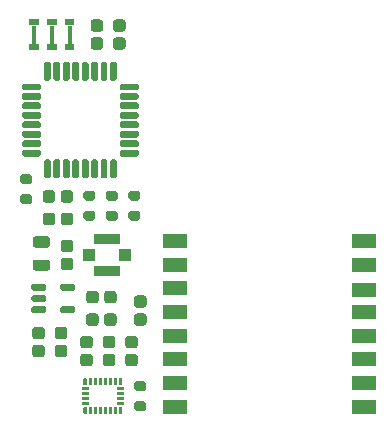
<source format=gtp>
%TF.GenerationSoftware,KiCad,Pcbnew,(5.1.6)-1*%
%TF.CreationDate,2021-11-16T12:50:12-05:00*%
%TF.ProjectId,AmbaSat-1_Satellite,416d6261-5361-4742-9d31-5f536174656c,KiCad_1.0*%
%TF.SameCoordinates,PX7ceeb0cPY74d41b0*%
%TF.FileFunction,Paste,Top*%
%TF.FilePolarity,Positive*%
%FSLAX46Y46*%
G04 Gerber Fmt 4.6, Leading zero omitted, Abs format (unit mm)*
G04 Created by KiCad (PCBNEW (5.1.6)-1) date 2021-11-16 12:50:12*
%MOMM*%
%LPD*%
G01*
G04 APERTURE LIST*
%ADD10C,0.100000*%
%ADD11R,2.000000X1.270000*%
%ADD12R,1.050000X1.000000*%
%ADD13R,2.200000X0.850000*%
%ADD14R,0.400000X1.600000*%
G04 APERTURE END LIST*
D10*
%TO.C,Y1*%
G36*
X6012000Y34193000D02*
G01*
X5212000Y34193000D01*
X5212000Y33693000D01*
X6012000Y33693000D01*
X6012000Y34193000D01*
G37*
G36*
X7512000Y34193000D02*
G01*
X6712000Y34193000D01*
X6712000Y33693000D01*
X7512000Y33693000D01*
X7512000Y34193000D01*
G37*
G36*
X9012000Y34193000D02*
G01*
X8212000Y34193000D01*
X8212000Y33693000D01*
X9012000Y33693000D01*
X9012000Y34193000D01*
G37*
G36*
X6012000Y32093000D02*
G01*
X5212000Y32093000D01*
X5212000Y31593000D01*
X6012000Y31593000D01*
X6012000Y32093000D01*
G37*
G36*
X7512000Y32093000D02*
G01*
X6712000Y32093000D01*
X6712000Y31593000D01*
X7512000Y31593000D01*
X7512000Y32093000D01*
G37*
G36*
X9012000Y32093000D02*
G01*
X8212000Y32093000D01*
X8212000Y31593000D01*
X9012000Y31593000D01*
X9012000Y32093000D01*
G37*
%TD*%
D11*
%TO.C,U4*%
X17520500Y9400000D03*
X17520500Y11400000D03*
X17520500Y7400000D03*
X33520500Y7387800D03*
X33520500Y11305000D03*
X33520500Y9400000D03*
X33520500Y5400000D03*
X33520500Y3400000D03*
X33520500Y15400000D03*
X33520500Y1400000D03*
X17520500Y13400000D03*
X33520500Y13400000D03*
X17520500Y1400000D03*
X17520500Y3400000D03*
X17520500Y5400000D03*
X17520500Y15400000D03*
%TD*%
D12*
%TO.C,P1*%
X10286000Y14224000D03*
X13336000Y14224000D03*
D13*
X11811000Y12849000D03*
X11811000Y15599000D03*
%TD*%
%TO.C,U2*%
G36*
G01*
X12179978Y30584000D02*
X12470022Y30584000D01*
G75*
G02*
X12620000Y30434022I0J-149978D01*
G01*
X12620000Y29133978D01*
G75*
G02*
X12470022Y28984000I-149978J0D01*
G01*
X12179978Y28984000D01*
G75*
G02*
X12030000Y29133978I0J149978D01*
G01*
X12030000Y30434022D01*
G75*
G02*
X12179978Y30584000I149978J0D01*
G01*
G37*
G36*
G01*
X11379978Y30584000D02*
X11670022Y30584000D01*
G75*
G02*
X11820000Y30434022I0J-149978D01*
G01*
X11820000Y29133978D01*
G75*
G02*
X11670022Y28984000I-149978J0D01*
G01*
X11379978Y28984000D01*
G75*
G02*
X11230000Y29133978I0J149978D01*
G01*
X11230000Y30434022D01*
G75*
G02*
X11379978Y30584000I149978J0D01*
G01*
G37*
G36*
G01*
X10579978Y30584000D02*
X10870022Y30584000D01*
G75*
G02*
X11020000Y30434022I0J-149978D01*
G01*
X11020000Y29133978D01*
G75*
G02*
X10870022Y28984000I-149978J0D01*
G01*
X10579978Y28984000D01*
G75*
G02*
X10430000Y29133978I0J149978D01*
G01*
X10430000Y30434022D01*
G75*
G02*
X10579978Y30584000I149978J0D01*
G01*
G37*
G36*
G01*
X9779978Y30584000D02*
X10070022Y30584000D01*
G75*
G02*
X10220000Y30434022I0J-149978D01*
G01*
X10220000Y29133978D01*
G75*
G02*
X10070022Y28984000I-149978J0D01*
G01*
X9779978Y28984000D01*
G75*
G02*
X9630000Y29133978I0J149978D01*
G01*
X9630000Y30434022D01*
G75*
G02*
X9779978Y30584000I149978J0D01*
G01*
G37*
G36*
G01*
X8979978Y30584000D02*
X9270022Y30584000D01*
G75*
G02*
X9420000Y30434022I0J-149978D01*
G01*
X9420000Y29133978D01*
G75*
G02*
X9270022Y28984000I-149978J0D01*
G01*
X8979978Y28984000D01*
G75*
G02*
X8830000Y29133978I0J149978D01*
G01*
X8830000Y30434022D01*
G75*
G02*
X8979978Y30584000I149978J0D01*
G01*
G37*
G36*
G01*
X8179978Y30584000D02*
X8470022Y30584000D01*
G75*
G02*
X8620000Y30434022I0J-149978D01*
G01*
X8620000Y29133978D01*
G75*
G02*
X8470022Y28984000I-149978J0D01*
G01*
X8179978Y28984000D01*
G75*
G02*
X8030000Y29133978I0J149978D01*
G01*
X8030000Y30434022D01*
G75*
G02*
X8179978Y30584000I149978J0D01*
G01*
G37*
G36*
G01*
X7379978Y30584000D02*
X7670022Y30584000D01*
G75*
G02*
X7820000Y30434022I0J-149978D01*
G01*
X7820000Y29133978D01*
G75*
G02*
X7670022Y28984000I-149978J0D01*
G01*
X7379978Y28984000D01*
G75*
G02*
X7230000Y29133978I0J149978D01*
G01*
X7230000Y30434022D01*
G75*
G02*
X7379978Y30584000I149978J0D01*
G01*
G37*
G36*
G01*
X6579978Y30584000D02*
X6870022Y30584000D01*
G75*
G02*
X7020000Y30434022I0J-149978D01*
G01*
X7020000Y29133978D01*
G75*
G02*
X6870022Y28984000I-149978J0D01*
G01*
X6579978Y28984000D01*
G75*
G02*
X6430000Y29133978I0J149978D01*
G01*
X6430000Y30434022D01*
G75*
G02*
X6579978Y30584000I149978J0D01*
G01*
G37*
G36*
G01*
X6195000Y28599022D02*
X6195000Y28308978D01*
G75*
G02*
X6045022Y28159000I-149978J0D01*
G01*
X4744978Y28159000D01*
G75*
G02*
X4595000Y28308978I0J149978D01*
G01*
X4595000Y28599022D01*
G75*
G02*
X4744978Y28749000I149978J0D01*
G01*
X6045022Y28749000D01*
G75*
G02*
X6195000Y28599022I0J-149978D01*
G01*
G37*
G36*
G01*
X6195000Y27799022D02*
X6195000Y27508978D01*
G75*
G02*
X6045022Y27359000I-149978J0D01*
G01*
X4744978Y27359000D01*
G75*
G02*
X4595000Y27508978I0J149978D01*
G01*
X4595000Y27799022D01*
G75*
G02*
X4744978Y27949000I149978J0D01*
G01*
X6045022Y27949000D01*
G75*
G02*
X6195000Y27799022I0J-149978D01*
G01*
G37*
G36*
G01*
X6195000Y26999022D02*
X6195000Y26708978D01*
G75*
G02*
X6045022Y26559000I-149978J0D01*
G01*
X4744978Y26559000D01*
G75*
G02*
X4595000Y26708978I0J149978D01*
G01*
X4595000Y26999022D01*
G75*
G02*
X4744978Y27149000I149978J0D01*
G01*
X6045022Y27149000D01*
G75*
G02*
X6195000Y26999022I0J-149978D01*
G01*
G37*
G36*
G01*
X6195000Y26199022D02*
X6195000Y25908978D01*
G75*
G02*
X6045022Y25759000I-149978J0D01*
G01*
X4744978Y25759000D01*
G75*
G02*
X4595000Y25908978I0J149978D01*
G01*
X4595000Y26199022D01*
G75*
G02*
X4744978Y26349000I149978J0D01*
G01*
X6045022Y26349000D01*
G75*
G02*
X6195000Y26199022I0J-149978D01*
G01*
G37*
G36*
G01*
X6195000Y25399022D02*
X6195000Y25108978D01*
G75*
G02*
X6045022Y24959000I-149978J0D01*
G01*
X4744978Y24959000D01*
G75*
G02*
X4595000Y25108978I0J149978D01*
G01*
X4595000Y25399022D01*
G75*
G02*
X4744978Y25549000I149978J0D01*
G01*
X6045022Y25549000D01*
G75*
G02*
X6195000Y25399022I0J-149978D01*
G01*
G37*
G36*
G01*
X6195000Y24599022D02*
X6195000Y24308978D01*
G75*
G02*
X6045022Y24159000I-149978J0D01*
G01*
X4744978Y24159000D01*
G75*
G02*
X4595000Y24308978I0J149978D01*
G01*
X4595000Y24599022D01*
G75*
G02*
X4744978Y24749000I149978J0D01*
G01*
X6045022Y24749000D01*
G75*
G02*
X6195000Y24599022I0J-149978D01*
G01*
G37*
G36*
G01*
X6195000Y23799022D02*
X6195000Y23508978D01*
G75*
G02*
X6045022Y23359000I-149978J0D01*
G01*
X4744978Y23359000D01*
G75*
G02*
X4595000Y23508978I0J149978D01*
G01*
X4595000Y23799022D01*
G75*
G02*
X4744978Y23949000I149978J0D01*
G01*
X6045022Y23949000D01*
G75*
G02*
X6195000Y23799022I0J-149978D01*
G01*
G37*
G36*
G01*
X6195000Y22999022D02*
X6195000Y22708978D01*
G75*
G02*
X6045022Y22559000I-149978J0D01*
G01*
X4744978Y22559000D01*
G75*
G02*
X4595000Y22708978I0J149978D01*
G01*
X4595000Y22999022D01*
G75*
G02*
X4744978Y23149000I149978J0D01*
G01*
X6045022Y23149000D01*
G75*
G02*
X6195000Y22999022I0J-149978D01*
G01*
G37*
G36*
G01*
X6579978Y22324000D02*
X6870022Y22324000D01*
G75*
G02*
X7020000Y22174022I0J-149978D01*
G01*
X7020000Y20873978D01*
G75*
G02*
X6870022Y20724000I-149978J0D01*
G01*
X6579978Y20724000D01*
G75*
G02*
X6430000Y20873978I0J149978D01*
G01*
X6430000Y22174022D01*
G75*
G02*
X6579978Y22324000I149978J0D01*
G01*
G37*
G36*
G01*
X7379978Y22324000D02*
X7670022Y22324000D01*
G75*
G02*
X7820000Y22174022I0J-149978D01*
G01*
X7820000Y20873978D01*
G75*
G02*
X7670022Y20724000I-149978J0D01*
G01*
X7379978Y20724000D01*
G75*
G02*
X7230000Y20873978I0J149978D01*
G01*
X7230000Y22174022D01*
G75*
G02*
X7379978Y22324000I149978J0D01*
G01*
G37*
G36*
G01*
X8179978Y22324000D02*
X8470022Y22324000D01*
G75*
G02*
X8620000Y22174022I0J-149978D01*
G01*
X8620000Y20873978D01*
G75*
G02*
X8470022Y20724000I-149978J0D01*
G01*
X8179978Y20724000D01*
G75*
G02*
X8030000Y20873978I0J149978D01*
G01*
X8030000Y22174022D01*
G75*
G02*
X8179978Y22324000I149978J0D01*
G01*
G37*
G36*
G01*
X8979978Y22324000D02*
X9270022Y22324000D01*
G75*
G02*
X9420000Y22174022I0J-149978D01*
G01*
X9420000Y20873978D01*
G75*
G02*
X9270022Y20724000I-149978J0D01*
G01*
X8979978Y20724000D01*
G75*
G02*
X8830000Y20873978I0J149978D01*
G01*
X8830000Y22174022D01*
G75*
G02*
X8979978Y22324000I149978J0D01*
G01*
G37*
G36*
G01*
X9779978Y22324000D02*
X10070022Y22324000D01*
G75*
G02*
X10220000Y22174022I0J-149978D01*
G01*
X10220000Y20873978D01*
G75*
G02*
X10070022Y20724000I-149978J0D01*
G01*
X9779978Y20724000D01*
G75*
G02*
X9630000Y20873978I0J149978D01*
G01*
X9630000Y22174022D01*
G75*
G02*
X9779978Y22324000I149978J0D01*
G01*
G37*
G36*
G01*
X10579978Y22324000D02*
X10870022Y22324000D01*
G75*
G02*
X11020000Y22174022I0J-149978D01*
G01*
X11020000Y20873978D01*
G75*
G02*
X10870022Y20724000I-149978J0D01*
G01*
X10579978Y20724000D01*
G75*
G02*
X10430000Y20873978I0J149978D01*
G01*
X10430000Y22174022D01*
G75*
G02*
X10579978Y22324000I149978J0D01*
G01*
G37*
G36*
G01*
X11379978Y22324000D02*
X11670022Y22324000D01*
G75*
G02*
X11820000Y22174022I0J-149978D01*
G01*
X11820000Y20873978D01*
G75*
G02*
X11670022Y20724000I-149978J0D01*
G01*
X11379978Y20724000D01*
G75*
G02*
X11230000Y20873978I0J149978D01*
G01*
X11230000Y22174022D01*
G75*
G02*
X11379978Y22324000I149978J0D01*
G01*
G37*
G36*
G01*
X12179978Y22324000D02*
X12470022Y22324000D01*
G75*
G02*
X12620000Y22174022I0J-149978D01*
G01*
X12620000Y20873978D01*
G75*
G02*
X12470022Y20724000I-149978J0D01*
G01*
X12179978Y20724000D01*
G75*
G02*
X12030000Y20873978I0J149978D01*
G01*
X12030000Y22174022D01*
G75*
G02*
X12179978Y22324000I149978J0D01*
G01*
G37*
G36*
G01*
X14455000Y22999022D02*
X14455000Y22708978D01*
G75*
G02*
X14305022Y22559000I-149978J0D01*
G01*
X13004978Y22559000D01*
G75*
G02*
X12855000Y22708978I0J149978D01*
G01*
X12855000Y22999022D01*
G75*
G02*
X13004978Y23149000I149978J0D01*
G01*
X14305022Y23149000D01*
G75*
G02*
X14455000Y22999022I0J-149978D01*
G01*
G37*
G36*
G01*
X14455000Y23799022D02*
X14455000Y23508978D01*
G75*
G02*
X14305022Y23359000I-149978J0D01*
G01*
X13004978Y23359000D01*
G75*
G02*
X12855000Y23508978I0J149978D01*
G01*
X12855000Y23799022D01*
G75*
G02*
X13004978Y23949000I149978J0D01*
G01*
X14305022Y23949000D01*
G75*
G02*
X14455000Y23799022I0J-149978D01*
G01*
G37*
G36*
G01*
X14455000Y24599022D02*
X14455000Y24308978D01*
G75*
G02*
X14305022Y24159000I-149978J0D01*
G01*
X13004978Y24159000D01*
G75*
G02*
X12855000Y24308978I0J149978D01*
G01*
X12855000Y24599022D01*
G75*
G02*
X13004978Y24749000I149978J0D01*
G01*
X14305022Y24749000D01*
G75*
G02*
X14455000Y24599022I0J-149978D01*
G01*
G37*
G36*
G01*
X14455000Y25399022D02*
X14455000Y25108978D01*
G75*
G02*
X14305022Y24959000I-149978J0D01*
G01*
X13004978Y24959000D01*
G75*
G02*
X12855000Y25108978I0J149978D01*
G01*
X12855000Y25399022D01*
G75*
G02*
X13004978Y25549000I149978J0D01*
G01*
X14305022Y25549000D01*
G75*
G02*
X14455000Y25399022I0J-149978D01*
G01*
G37*
G36*
G01*
X14455000Y26199022D02*
X14455000Y25908978D01*
G75*
G02*
X14305022Y25759000I-149978J0D01*
G01*
X13004978Y25759000D01*
G75*
G02*
X12855000Y25908978I0J149978D01*
G01*
X12855000Y26199022D01*
G75*
G02*
X13004978Y26349000I149978J0D01*
G01*
X14305022Y26349000D01*
G75*
G02*
X14455000Y26199022I0J-149978D01*
G01*
G37*
G36*
G01*
X14455000Y26999022D02*
X14455000Y26708978D01*
G75*
G02*
X14305022Y26559000I-149978J0D01*
G01*
X13004978Y26559000D01*
G75*
G02*
X12855000Y26708978I0J149978D01*
G01*
X12855000Y26999022D01*
G75*
G02*
X13004978Y27149000I149978J0D01*
G01*
X14305022Y27149000D01*
G75*
G02*
X14455000Y26999022I0J-149978D01*
G01*
G37*
G36*
G01*
X14455000Y27799022D02*
X14455000Y27508978D01*
G75*
G02*
X14305022Y27359000I-149978J0D01*
G01*
X13004978Y27359000D01*
G75*
G02*
X12855000Y27508978I0J149978D01*
G01*
X12855000Y27799022D01*
G75*
G02*
X13004978Y27949000I149978J0D01*
G01*
X14305022Y27949000D01*
G75*
G02*
X14455000Y27799022I0J-149978D01*
G01*
G37*
G36*
G01*
X14455000Y28599022D02*
X14455000Y28308978D01*
G75*
G02*
X14305022Y28159000I-149978J0D01*
G01*
X13004978Y28159000D01*
G75*
G02*
X12855000Y28308978I0J149978D01*
G01*
X12855000Y28599022D01*
G75*
G02*
X13004978Y28749000I149978J0D01*
G01*
X14305022Y28749000D01*
G75*
G02*
X14455000Y28599022I0J-149978D01*
G01*
G37*
%TD*%
D14*
%TO.C,Y1*%
X5612000Y32893000D03*
X7112000Y32893000D03*
X8612000Y32893000D03*
%TD*%
%TO.C,D1*%
G36*
G01*
X6723000Y14856000D02*
X5723000Y14856000D01*
G75*
G02*
X5483000Y15096000I0J240000D01*
G01*
X5483000Y15576000D01*
G75*
G02*
X5723000Y15816000I240000J0D01*
G01*
X6723000Y15816000D01*
G75*
G02*
X6963000Y15576000I0J-240000D01*
G01*
X6963000Y15096000D01*
G75*
G02*
X6723000Y14856000I-240000J0D01*
G01*
G37*
G36*
G01*
X6723000Y12886000D02*
X5723000Y12886000D01*
G75*
G02*
X5483000Y13126000I0J240000D01*
G01*
X5483000Y13606000D01*
G75*
G02*
X5723000Y13846000I240000J0D01*
G01*
X6723000Y13846000D01*
G75*
G02*
X6963000Y13606000I0J-240000D01*
G01*
X6963000Y13126000D01*
G75*
G02*
X6723000Y12886000I-240000J0D01*
G01*
G37*
%TD*%
%TO.C,U3*%
G36*
G01*
X7839000Y11335999D02*
X7839000Y11646001D01*
G75*
G02*
X7988999Y11796000I149999J0D01*
G01*
X8949001Y11796000D01*
G75*
G02*
X9099000Y11646001I0J-149999D01*
G01*
X9099000Y11335999D01*
G75*
G02*
X8949001Y11186000I-149999J0D01*
G01*
X7988999Y11186000D01*
G75*
G02*
X7839000Y11335999I0J149999D01*
G01*
G37*
G36*
G01*
X7839000Y9435999D02*
X7839000Y9746001D01*
G75*
G02*
X7988999Y9896000I149999J0D01*
G01*
X8949001Y9896000D01*
G75*
G02*
X9099000Y9746001I0J-149999D01*
G01*
X9099000Y9435999D01*
G75*
G02*
X8949001Y9286000I-149999J0D01*
G01*
X7988999Y9286000D01*
G75*
G02*
X7839000Y9435999I0J149999D01*
G01*
G37*
G36*
G01*
X5379000Y9435999D02*
X5379000Y9746001D01*
G75*
G02*
X5528999Y9896000I149999J0D01*
G01*
X6489001Y9896000D01*
G75*
G02*
X6639000Y9746001I0J-149999D01*
G01*
X6639000Y9435999D01*
G75*
G02*
X6489001Y9286000I-149999J0D01*
G01*
X5528999Y9286000D01*
G75*
G02*
X5379000Y9435999I0J149999D01*
G01*
G37*
G36*
G01*
X5379000Y10385999D02*
X5379000Y10696001D01*
G75*
G02*
X5528999Y10846000I149999J0D01*
G01*
X6489001Y10846000D01*
G75*
G02*
X6639000Y10696001I0J-149999D01*
G01*
X6639000Y10385999D01*
G75*
G02*
X6489001Y10236000I-149999J0D01*
G01*
X5528999Y10236000D01*
G75*
G02*
X5379000Y10385999I0J149999D01*
G01*
G37*
G36*
G01*
X5379000Y11335999D02*
X5379000Y11646001D01*
G75*
G02*
X5528999Y11796000I149999J0D01*
G01*
X6489001Y11796000D01*
G75*
G02*
X6639000Y11646001I0J-149999D01*
G01*
X6639000Y11335999D01*
G75*
G02*
X6489001Y11186000I-149999J0D01*
G01*
X5528999Y11186000D01*
G75*
G02*
X5379000Y11335999I0J149999D01*
G01*
G37*
%TD*%
%TO.C,U1*%
G36*
G01*
X10285000Y3821000D02*
X10425000Y3821000D01*
G75*
G02*
X10495000Y3751000I0J-70000D01*
G01*
X10495000Y3261000D01*
G75*
G02*
X10425000Y3191000I-70000J0D01*
G01*
X10285000Y3191000D01*
G75*
G02*
X10215000Y3261000I0J70000D01*
G01*
X10215000Y3751000D01*
G75*
G02*
X10285000Y3821000I70000J0D01*
G01*
G37*
G36*
G01*
X10715000Y3821000D02*
X10855000Y3821000D01*
G75*
G02*
X10925000Y3751000I0J-70000D01*
G01*
X10925000Y3261000D01*
G75*
G02*
X10855000Y3191000I-70000J0D01*
G01*
X10715000Y3191000D01*
G75*
G02*
X10645000Y3261000I0J70000D01*
G01*
X10645000Y3751000D01*
G75*
G02*
X10715000Y3821000I70000J0D01*
G01*
G37*
G36*
G01*
X11145000Y3821000D02*
X11285000Y3821000D01*
G75*
G02*
X11355000Y3751000I0J-70000D01*
G01*
X11355000Y3261000D01*
G75*
G02*
X11285000Y3191000I-70000J0D01*
G01*
X11145000Y3191000D01*
G75*
G02*
X11075000Y3261000I0J70000D01*
G01*
X11075000Y3751000D01*
G75*
G02*
X11145000Y3821000I70000J0D01*
G01*
G37*
G36*
G01*
X11575000Y3821000D02*
X11715000Y3821000D01*
G75*
G02*
X11785000Y3751000I0J-70000D01*
G01*
X11785000Y3261000D01*
G75*
G02*
X11715000Y3191000I-70000J0D01*
G01*
X11575000Y3191000D01*
G75*
G02*
X11505000Y3261000I0J70000D01*
G01*
X11505000Y3751000D01*
G75*
G02*
X11575000Y3821000I70000J0D01*
G01*
G37*
G36*
G01*
X12005000Y3821000D02*
X12145000Y3821000D01*
G75*
G02*
X12215000Y3751000I0J-70000D01*
G01*
X12215000Y3261000D01*
G75*
G02*
X12145000Y3191000I-70000J0D01*
G01*
X12005000Y3191000D01*
G75*
G02*
X11935000Y3261000I0J70000D01*
G01*
X11935000Y3751000D01*
G75*
G02*
X12005000Y3821000I70000J0D01*
G01*
G37*
G36*
G01*
X12435000Y3821000D02*
X12575000Y3821000D01*
G75*
G02*
X12645000Y3751000I0J-70000D01*
G01*
X12645000Y3261000D01*
G75*
G02*
X12575000Y3191000I-70000J0D01*
G01*
X12435000Y3191000D01*
G75*
G02*
X12365000Y3261000I0J70000D01*
G01*
X12365000Y3751000D01*
G75*
G02*
X12435000Y3821000I70000J0D01*
G01*
G37*
G36*
G01*
X12865000Y3813500D02*
X13005000Y3813500D01*
G75*
G02*
X13075000Y3743500I0J-70000D01*
G01*
X13075000Y3268500D01*
G75*
G02*
X13005000Y3198500I-70000J0D01*
G01*
X12865000Y3198500D01*
G75*
G02*
X12795000Y3268500I0J70000D01*
G01*
X12795000Y3743500D01*
G75*
G02*
X12865000Y3813500I70000J0D01*
G01*
G37*
G36*
G01*
X12585000Y2861000D02*
X12585000Y3001000D01*
G75*
G02*
X12655000Y3071000I70000J0D01*
G01*
X13145000Y3071000D01*
G75*
G02*
X13215000Y3001000I0J-70000D01*
G01*
X13215000Y2861000D01*
G75*
G02*
X13145000Y2791000I-70000J0D01*
G01*
X12655000Y2791000D01*
G75*
G02*
X12585000Y2861000I0J70000D01*
G01*
G37*
G36*
G01*
X12585000Y2431000D02*
X12585000Y2571000D01*
G75*
G02*
X12655000Y2641000I70000J0D01*
G01*
X13145000Y2641000D01*
G75*
G02*
X13215000Y2571000I0J-70000D01*
G01*
X13215000Y2431000D01*
G75*
G02*
X13145000Y2361000I-70000J0D01*
G01*
X12655000Y2361000D01*
G75*
G02*
X12585000Y2431000I0J70000D01*
G01*
G37*
G36*
G01*
X12585000Y2001000D02*
X12585000Y2141000D01*
G75*
G02*
X12655000Y2211000I70000J0D01*
G01*
X13145000Y2211000D01*
G75*
G02*
X13215000Y2141000I0J-70000D01*
G01*
X13215000Y2001000D01*
G75*
G02*
X13145000Y1931000I-70000J0D01*
G01*
X12655000Y1931000D01*
G75*
G02*
X12585000Y2001000I0J70000D01*
G01*
G37*
G36*
G01*
X12585000Y1571000D02*
X12585000Y1711000D01*
G75*
G02*
X12655000Y1781000I70000J0D01*
G01*
X13145000Y1781000D01*
G75*
G02*
X13215000Y1711000I0J-70000D01*
G01*
X13215000Y1571000D01*
G75*
G02*
X13145000Y1501000I-70000J0D01*
G01*
X12655000Y1501000D01*
G75*
G02*
X12585000Y1571000I0J70000D01*
G01*
G37*
G36*
G01*
X12865000Y1373500D02*
X13005000Y1373500D01*
G75*
G02*
X13075000Y1303500I0J-70000D01*
G01*
X13075000Y828500D01*
G75*
G02*
X13005000Y758500I-70000J0D01*
G01*
X12865000Y758500D01*
G75*
G02*
X12795000Y828500I0J70000D01*
G01*
X12795000Y1303500D01*
G75*
G02*
X12865000Y1373500I70000J0D01*
G01*
G37*
G36*
G01*
X12435000Y1381000D02*
X12575000Y1381000D01*
G75*
G02*
X12645000Y1311000I0J-70000D01*
G01*
X12645000Y821000D01*
G75*
G02*
X12575000Y751000I-70000J0D01*
G01*
X12435000Y751000D01*
G75*
G02*
X12365000Y821000I0J70000D01*
G01*
X12365000Y1311000D01*
G75*
G02*
X12435000Y1381000I70000J0D01*
G01*
G37*
G36*
G01*
X12005000Y1381000D02*
X12145000Y1381000D01*
G75*
G02*
X12215000Y1311000I0J-70000D01*
G01*
X12215000Y821000D01*
G75*
G02*
X12145000Y751000I-70000J0D01*
G01*
X12005000Y751000D01*
G75*
G02*
X11935000Y821000I0J70000D01*
G01*
X11935000Y1311000D01*
G75*
G02*
X12005000Y1381000I70000J0D01*
G01*
G37*
G36*
G01*
X11575000Y1381000D02*
X11715000Y1381000D01*
G75*
G02*
X11785000Y1311000I0J-70000D01*
G01*
X11785000Y821000D01*
G75*
G02*
X11715000Y751000I-70000J0D01*
G01*
X11575000Y751000D01*
G75*
G02*
X11505000Y821000I0J70000D01*
G01*
X11505000Y1311000D01*
G75*
G02*
X11575000Y1381000I70000J0D01*
G01*
G37*
G36*
G01*
X11145000Y1381000D02*
X11285000Y1381000D01*
G75*
G02*
X11355000Y1311000I0J-70000D01*
G01*
X11355000Y821000D01*
G75*
G02*
X11285000Y751000I-70000J0D01*
G01*
X11145000Y751000D01*
G75*
G02*
X11075000Y821000I0J70000D01*
G01*
X11075000Y1311000D01*
G75*
G02*
X11145000Y1381000I70000J0D01*
G01*
G37*
G36*
G01*
X10715000Y1381000D02*
X10855000Y1381000D01*
G75*
G02*
X10925000Y1311000I0J-70000D01*
G01*
X10925000Y821000D01*
G75*
G02*
X10855000Y751000I-70000J0D01*
G01*
X10715000Y751000D01*
G75*
G02*
X10645000Y821000I0J70000D01*
G01*
X10645000Y1311000D01*
G75*
G02*
X10715000Y1381000I70000J0D01*
G01*
G37*
G36*
G01*
X10285000Y1381000D02*
X10425000Y1381000D01*
G75*
G02*
X10495000Y1311000I0J-70000D01*
G01*
X10495000Y821000D01*
G75*
G02*
X10425000Y751000I-70000J0D01*
G01*
X10285000Y751000D01*
G75*
G02*
X10215000Y821000I0J70000D01*
G01*
X10215000Y1311000D01*
G75*
G02*
X10285000Y1381000I70000J0D01*
G01*
G37*
G36*
G01*
X9855000Y1373500D02*
X9995000Y1373500D01*
G75*
G02*
X10065000Y1303500I0J-70000D01*
G01*
X10065000Y828500D01*
G75*
G02*
X9995000Y758500I-70000J0D01*
G01*
X9855000Y758500D01*
G75*
G02*
X9785000Y828500I0J70000D01*
G01*
X9785000Y1303500D01*
G75*
G02*
X9855000Y1373500I70000J0D01*
G01*
G37*
G36*
G01*
X9645000Y1571000D02*
X9645000Y1711000D01*
G75*
G02*
X9715000Y1781000I70000J0D01*
G01*
X10205000Y1781000D01*
G75*
G02*
X10275000Y1711000I0J-70000D01*
G01*
X10275000Y1571000D01*
G75*
G02*
X10205000Y1501000I-70000J0D01*
G01*
X9715000Y1501000D01*
G75*
G02*
X9645000Y1571000I0J70000D01*
G01*
G37*
G36*
G01*
X9645000Y2001000D02*
X9645000Y2141000D01*
G75*
G02*
X9715000Y2211000I70000J0D01*
G01*
X10205000Y2211000D01*
G75*
G02*
X10275000Y2141000I0J-70000D01*
G01*
X10275000Y2001000D01*
G75*
G02*
X10205000Y1931000I-70000J0D01*
G01*
X9715000Y1931000D01*
G75*
G02*
X9645000Y2001000I0J70000D01*
G01*
G37*
G36*
G01*
X9645000Y2431000D02*
X9645000Y2571000D01*
G75*
G02*
X9715000Y2641000I70000J0D01*
G01*
X10205000Y2641000D01*
G75*
G02*
X10275000Y2571000I0J-70000D01*
G01*
X10275000Y2431000D01*
G75*
G02*
X10205000Y2361000I-70000J0D01*
G01*
X9715000Y2361000D01*
G75*
G02*
X9645000Y2431000I0J70000D01*
G01*
G37*
G36*
G01*
X9645000Y2861000D02*
X9645000Y3001000D01*
G75*
G02*
X9715000Y3071000I70000J0D01*
G01*
X10205000Y3071000D01*
G75*
G02*
X10275000Y3001000I0J-70000D01*
G01*
X10275000Y2861000D01*
G75*
G02*
X10205000Y2791000I-70000J0D01*
G01*
X9715000Y2791000D01*
G75*
G02*
X9645000Y2861000I0J70000D01*
G01*
G37*
G36*
G01*
X9855000Y3813500D02*
X9995000Y3813500D01*
G75*
G02*
X10065000Y3743500I0J-70000D01*
G01*
X10065000Y3268500D01*
G75*
G02*
X9995000Y3198500I-70000J0D01*
G01*
X9855000Y3198500D01*
G75*
G02*
X9785000Y3268500I0J70000D01*
G01*
X9785000Y3743500D01*
G75*
G02*
X9855000Y3813500I70000J0D01*
G01*
G37*
%TD*%
%TO.C,C1*%
G36*
G01*
X7385000Y17556995D02*
X7385000Y16987005D01*
G75*
G02*
X7134995Y16737000I-250005J0D01*
G01*
X6585005Y16737000D01*
G75*
G02*
X6335000Y16987005I0J250005D01*
G01*
X6335000Y17556995D01*
G75*
G02*
X6585005Y17807000I250005J0D01*
G01*
X7134995Y17807000D01*
G75*
G02*
X7385000Y17556995I0J-250005D01*
G01*
G37*
G36*
G01*
X8905000Y17556995D02*
X8905000Y16987005D01*
G75*
G02*
X8654995Y16737000I-250005J0D01*
G01*
X8105005Y16737000D01*
G75*
G02*
X7855000Y16987005I0J250005D01*
G01*
X7855000Y17556995D01*
G75*
G02*
X8105005Y17807000I250005J0D01*
G01*
X8654995Y17807000D01*
G75*
G02*
X8905000Y17556995I0J-250005D01*
G01*
G37*
%TD*%
%TO.C,C7*%
G36*
G01*
X12222995Y6331000D02*
X11653005Y6331000D01*
G75*
G02*
X11403000Y6581005I0J250005D01*
G01*
X11403000Y7130995D01*
G75*
G02*
X11653005Y7381000I250005J0D01*
G01*
X12222995Y7381000D01*
G75*
G02*
X12473000Y7130995I0J-250005D01*
G01*
X12473000Y6581005D01*
G75*
G02*
X12222995Y6331000I-250005J0D01*
G01*
G37*
G36*
G01*
X12222995Y4811000D02*
X11653005Y4811000D01*
G75*
G02*
X11403000Y5061005I0J250005D01*
G01*
X11403000Y5610995D01*
G75*
G02*
X11653005Y5861000I250005J0D01*
G01*
X12222995Y5861000D01*
G75*
G02*
X12473000Y5610995I0J-250005D01*
G01*
X12473000Y5061005D01*
G75*
G02*
X12222995Y4811000I-250005J0D01*
G01*
G37*
%TD*%
%TO.C,C8*%
G36*
G01*
X14127995Y6331000D02*
X13558005Y6331000D01*
G75*
G02*
X13308000Y6581005I0J250005D01*
G01*
X13308000Y7130995D01*
G75*
G02*
X13558005Y7381000I250005J0D01*
G01*
X14127995Y7381000D01*
G75*
G02*
X14378000Y7130995I0J-250005D01*
G01*
X14378000Y6581005D01*
G75*
G02*
X14127995Y6331000I-250005J0D01*
G01*
G37*
G36*
G01*
X14127995Y4811000D02*
X13558005Y4811000D01*
G75*
G02*
X13308000Y5061005I0J250005D01*
G01*
X13308000Y5610995D01*
G75*
G02*
X13558005Y5861000I250005J0D01*
G01*
X14127995Y5861000D01*
G75*
G02*
X14378000Y5610995I0J-250005D01*
G01*
X14378000Y5061005D01*
G75*
G02*
X14127995Y4811000I-250005J0D01*
G01*
G37*
%TD*%
%TO.C,C9*%
G36*
G01*
X10317995Y6331000D02*
X9748005Y6331000D01*
G75*
G02*
X9498000Y6581005I0J250005D01*
G01*
X9498000Y7130995D01*
G75*
G02*
X9748005Y7381000I250005J0D01*
G01*
X10317995Y7381000D01*
G75*
G02*
X10568000Y7130995I0J-250005D01*
G01*
X10568000Y6581005D01*
G75*
G02*
X10317995Y6331000I-250005J0D01*
G01*
G37*
G36*
G01*
X10317995Y4811000D02*
X9748005Y4811000D01*
G75*
G02*
X9498000Y5061005I0J250005D01*
G01*
X9498000Y5610995D01*
G75*
G02*
X9748005Y5861000I250005J0D01*
G01*
X10317995Y5861000D01*
G75*
G02*
X10568000Y5610995I0J-250005D01*
G01*
X10568000Y5061005D01*
G75*
G02*
X10317995Y4811000I-250005J0D01*
G01*
G37*
%TD*%
%TO.C,C10*%
G36*
G01*
X7589005Y6623000D02*
X8158995Y6623000D01*
G75*
G02*
X8409000Y6372995I0J-250005D01*
G01*
X8409000Y5823005D01*
G75*
G02*
X8158995Y5573000I-250005J0D01*
G01*
X7589005Y5573000D01*
G75*
G02*
X7339000Y5823005I0J250005D01*
G01*
X7339000Y6372995D01*
G75*
G02*
X7589005Y6623000I250005J0D01*
G01*
G37*
G36*
G01*
X7589005Y8143000D02*
X8158995Y8143000D01*
G75*
G02*
X8409000Y7892995I0J-250005D01*
G01*
X8409000Y7343005D01*
G75*
G02*
X8158995Y7093000I-250005J0D01*
G01*
X7589005Y7093000D01*
G75*
G02*
X7339000Y7343005I0J250005D01*
G01*
X7339000Y7892995D01*
G75*
G02*
X7589005Y8143000I250005J0D01*
G01*
G37*
%TD*%
%TO.C,C11*%
G36*
G01*
X11538000Y10383005D02*
X11538000Y10952995D01*
G75*
G02*
X11788005Y11203000I250005J0D01*
G01*
X12337995Y11203000D01*
G75*
G02*
X12588000Y10952995I0J-250005D01*
G01*
X12588000Y10383005D01*
G75*
G02*
X12337995Y10133000I-250005J0D01*
G01*
X11788005Y10133000D01*
G75*
G02*
X11538000Y10383005I0J250005D01*
G01*
G37*
G36*
G01*
X10018000Y10383005D02*
X10018000Y10952995D01*
G75*
G02*
X10268005Y11203000I250005J0D01*
G01*
X10817995Y11203000D01*
G75*
G02*
X11068000Y10952995I0J-250005D01*
G01*
X11068000Y10383005D01*
G75*
G02*
X10817995Y10133000I-250005J0D01*
G01*
X10268005Y10133000D01*
G75*
G02*
X10018000Y10383005I0J250005D01*
G01*
G37*
%TD*%
%TO.C,C12*%
G36*
G01*
X11538000Y8478005D02*
X11538000Y9047995D01*
G75*
G02*
X11788005Y9298000I250005J0D01*
G01*
X12337995Y9298000D01*
G75*
G02*
X12588000Y9047995I0J-250005D01*
G01*
X12588000Y8478005D01*
G75*
G02*
X12337995Y8228000I-250005J0D01*
G01*
X11788005Y8228000D01*
G75*
G02*
X11538000Y8478005I0J250005D01*
G01*
G37*
G36*
G01*
X10018000Y8478005D02*
X10018000Y9047995D01*
G75*
G02*
X10268005Y9298000I250005J0D01*
G01*
X10817995Y9298000D01*
G75*
G02*
X11068000Y9047995I0J-250005D01*
G01*
X11068000Y8478005D01*
G75*
G02*
X10817995Y8228000I-250005J0D01*
G01*
X10268005Y8228000D01*
G75*
G02*
X10018000Y8478005I0J250005D01*
G01*
G37*
%TD*%
%TO.C,C14*%
G36*
G01*
X11206995Y33128000D02*
X10637005Y33128000D01*
G75*
G02*
X10387000Y33378005I0J250005D01*
G01*
X10387000Y33927995D01*
G75*
G02*
X10637005Y34178000I250005J0D01*
G01*
X11206995Y34178000D01*
G75*
G02*
X11457000Y33927995I0J-250005D01*
G01*
X11457000Y33378005D01*
G75*
G02*
X11206995Y33128000I-250005J0D01*
G01*
G37*
G36*
G01*
X11206995Y31608000D02*
X10637005Y31608000D01*
G75*
G02*
X10387000Y31858005I0J250005D01*
G01*
X10387000Y32407995D01*
G75*
G02*
X10637005Y32658000I250005J0D01*
G01*
X11206995Y32658000D01*
G75*
G02*
X11457000Y32407995I0J-250005D01*
G01*
X11457000Y31858005D01*
G75*
G02*
X11206995Y31608000I-250005J0D01*
G01*
G37*
%TD*%
%TO.C,C3*%
G36*
G01*
X7855000Y18892005D02*
X7855000Y19461995D01*
G75*
G02*
X8105005Y19712000I250005J0D01*
G01*
X8654995Y19712000D01*
G75*
G02*
X8905000Y19461995I0J-250005D01*
G01*
X8905000Y18892005D01*
G75*
G02*
X8654995Y18642000I-250005J0D01*
G01*
X8105005Y18642000D01*
G75*
G02*
X7855000Y18892005I0J250005D01*
G01*
G37*
G36*
G01*
X6335000Y18892005D02*
X6335000Y19461995D01*
G75*
G02*
X6585005Y19712000I250005J0D01*
G01*
X7134995Y19712000D01*
G75*
G02*
X7385000Y19461995I0J-250005D01*
G01*
X7385000Y18892005D01*
G75*
G02*
X7134995Y18642000I-250005J0D01*
G01*
X6585005Y18642000D01*
G75*
G02*
X6335000Y18892005I0J250005D01*
G01*
G37*
%TD*%
%TO.C,R1*%
G36*
G01*
X5258000Y18547000D02*
X4648000Y18547000D01*
G75*
G02*
X4438000Y18757000I0J210000D01*
G01*
X4438000Y19177000D01*
G75*
G02*
X4648000Y19387000I210000J0D01*
G01*
X5258000Y19387000D01*
G75*
G02*
X5468000Y19177000I0J-210000D01*
G01*
X5468000Y18757000D01*
G75*
G02*
X5258000Y18547000I-210000J0D01*
G01*
G37*
G36*
G01*
X5258000Y20237000D02*
X4648000Y20237000D01*
G75*
G02*
X4438000Y20447000I0J210000D01*
G01*
X4438000Y20867000D01*
G75*
G02*
X4648000Y21077000I210000J0D01*
G01*
X5258000Y21077000D01*
G75*
G02*
X5468000Y20867000I0J-210000D01*
G01*
X5468000Y20447000D01*
G75*
G02*
X5258000Y20237000I-210000J0D01*
G01*
G37*
%TD*%
%TO.C,R2*%
G36*
G01*
X9982000Y19680000D02*
X10592000Y19680000D01*
G75*
G02*
X10802000Y19470000I0J-210000D01*
G01*
X10802000Y19050000D01*
G75*
G02*
X10592000Y18840000I-210000J0D01*
G01*
X9982000Y18840000D01*
G75*
G02*
X9772000Y19050000I0J210000D01*
G01*
X9772000Y19470000D01*
G75*
G02*
X9982000Y19680000I210000J0D01*
G01*
G37*
G36*
G01*
X9982000Y17990000D02*
X10592000Y17990000D01*
G75*
G02*
X10802000Y17780000I0J-210000D01*
G01*
X10802000Y17360000D01*
G75*
G02*
X10592000Y17150000I-210000J0D01*
G01*
X9982000Y17150000D01*
G75*
G02*
X9772000Y17360000I0J210000D01*
G01*
X9772000Y17780000D01*
G75*
G02*
X9982000Y17990000I210000J0D01*
G01*
G37*
%TD*%
%TO.C,R3*%
G36*
G01*
X11887000Y19680000D02*
X12497000Y19680000D01*
G75*
G02*
X12707000Y19470000I0J-210000D01*
G01*
X12707000Y19050000D01*
G75*
G02*
X12497000Y18840000I-210000J0D01*
G01*
X11887000Y18840000D01*
G75*
G02*
X11677000Y19050000I0J210000D01*
G01*
X11677000Y19470000D01*
G75*
G02*
X11887000Y19680000I210000J0D01*
G01*
G37*
G36*
G01*
X11887000Y17990000D02*
X12497000Y17990000D01*
G75*
G02*
X12707000Y17780000I0J-210000D01*
G01*
X12707000Y17360000D01*
G75*
G02*
X12497000Y17150000I-210000J0D01*
G01*
X11887000Y17150000D01*
G75*
G02*
X11677000Y17360000I0J210000D01*
G01*
X11677000Y17780000D01*
G75*
G02*
X11887000Y17990000I210000J0D01*
G01*
G37*
%TD*%
%TO.C,R4*%
G36*
G01*
X13792000Y19680000D02*
X14402000Y19680000D01*
G75*
G02*
X14612000Y19470000I0J-210000D01*
G01*
X14612000Y19050000D01*
G75*
G02*
X14402000Y18840000I-210000J0D01*
G01*
X13792000Y18840000D01*
G75*
G02*
X13582000Y19050000I0J210000D01*
G01*
X13582000Y19470000D01*
G75*
G02*
X13792000Y19680000I210000J0D01*
G01*
G37*
G36*
G01*
X13792000Y17990000D02*
X14402000Y17990000D01*
G75*
G02*
X14612000Y17780000I0J-210000D01*
G01*
X14612000Y17360000D01*
G75*
G02*
X14402000Y17150000I-210000J0D01*
G01*
X13792000Y17150000D01*
G75*
G02*
X13582000Y17360000I0J210000D01*
G01*
X13582000Y17780000D01*
G75*
G02*
X13792000Y17990000I210000J0D01*
G01*
G37*
%TD*%
%TO.C,R5*%
G36*
G01*
X14910000Y1021000D02*
X14300000Y1021000D01*
G75*
G02*
X14090000Y1231000I0J210000D01*
G01*
X14090000Y1651000D01*
G75*
G02*
X14300000Y1861000I210000J0D01*
G01*
X14910000Y1861000D01*
G75*
G02*
X15120000Y1651000I0J-210000D01*
G01*
X15120000Y1231000D01*
G75*
G02*
X14910000Y1021000I-210000J0D01*
G01*
G37*
G36*
G01*
X14910000Y2711000D02*
X14300000Y2711000D01*
G75*
G02*
X14090000Y2921000I0J210000D01*
G01*
X14090000Y3341000D01*
G75*
G02*
X14300000Y3551000I210000J0D01*
G01*
X14910000Y3551000D01*
G75*
G02*
X15120000Y3341000I0J-210000D01*
G01*
X15120000Y2921000D01*
G75*
G02*
X14910000Y2711000I-210000J0D01*
G01*
G37*
%TD*%
%TO.C,C2*%
G36*
G01*
X13111995Y33128000D02*
X12542005Y33128000D01*
G75*
G02*
X12292000Y33378005I0J250005D01*
G01*
X12292000Y33927995D01*
G75*
G02*
X12542005Y34178000I250005J0D01*
G01*
X13111995Y34178000D01*
G75*
G02*
X13362000Y33927995I0J-250005D01*
G01*
X13362000Y33378005D01*
G75*
G02*
X13111995Y33128000I-250005J0D01*
G01*
G37*
G36*
G01*
X13111995Y31608000D02*
X12542005Y31608000D01*
G75*
G02*
X12292000Y31858005I0J250005D01*
G01*
X12292000Y32407995D01*
G75*
G02*
X12542005Y32658000I250005J0D01*
G01*
X13111995Y32658000D01*
G75*
G02*
X13362000Y32407995I0J-250005D01*
G01*
X13362000Y31858005D01*
G75*
G02*
X13111995Y31608000I-250005J0D01*
G01*
G37*
%TD*%
%TO.C,C4*%
G36*
G01*
X5684005Y6623000D02*
X6253995Y6623000D01*
G75*
G02*
X6504000Y6372995I0J-250005D01*
G01*
X6504000Y5823005D01*
G75*
G02*
X6253995Y5573000I-250005J0D01*
G01*
X5684005Y5573000D01*
G75*
G02*
X5434000Y5823005I0J250005D01*
G01*
X5434000Y6372995D01*
G75*
G02*
X5684005Y6623000I250005J0D01*
G01*
G37*
G36*
G01*
X5684005Y8143000D02*
X6253995Y8143000D01*
G75*
G02*
X6504000Y7892995I0J-250005D01*
G01*
X6504000Y7343005D01*
G75*
G02*
X6253995Y7093000I-250005J0D01*
G01*
X5684005Y7093000D01*
G75*
G02*
X5434000Y7343005I0J250005D01*
G01*
X5434000Y7892995D01*
G75*
G02*
X5684005Y8143000I250005J0D01*
G01*
G37*
%TD*%
%TO.C,C5*%
G36*
G01*
X8666995Y14459000D02*
X8097005Y14459000D01*
G75*
G02*
X7847000Y14709005I0J250005D01*
G01*
X7847000Y15258995D01*
G75*
G02*
X8097005Y15509000I250005J0D01*
G01*
X8666995Y15509000D01*
G75*
G02*
X8917000Y15258995I0J-250005D01*
G01*
X8917000Y14709005D01*
G75*
G02*
X8666995Y14459000I-250005J0D01*
G01*
G37*
G36*
G01*
X8666995Y12939000D02*
X8097005Y12939000D01*
G75*
G02*
X7847000Y13189005I0J250005D01*
G01*
X7847000Y13738995D01*
G75*
G02*
X8097005Y13989000I250005J0D01*
G01*
X8666995Y13989000D01*
G75*
G02*
X8917000Y13738995I0J-250005D01*
G01*
X8917000Y13189005D01*
G75*
G02*
X8666995Y12939000I-250005J0D01*
G01*
G37*
%TD*%
%TO.C,C6*%
G36*
G01*
X14889995Y9760000D02*
X14320005Y9760000D01*
G75*
G02*
X14070000Y10010005I0J250005D01*
G01*
X14070000Y10559995D01*
G75*
G02*
X14320005Y10810000I250005J0D01*
G01*
X14889995Y10810000D01*
G75*
G02*
X15140000Y10559995I0J-250005D01*
G01*
X15140000Y10010005D01*
G75*
G02*
X14889995Y9760000I-250005J0D01*
G01*
G37*
G36*
G01*
X14889995Y8240000D02*
X14320005Y8240000D01*
G75*
G02*
X14070000Y8490005I0J250005D01*
G01*
X14070000Y9039995D01*
G75*
G02*
X14320005Y9290000I250005J0D01*
G01*
X14889995Y9290000D01*
G75*
G02*
X15140000Y9039995I0J-250005D01*
G01*
X15140000Y8490005D01*
G75*
G02*
X14889995Y8240000I-250005J0D01*
G01*
G37*
%TD*%
M02*

</source>
